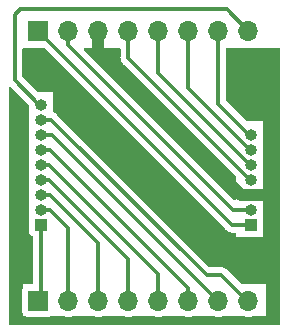
<source format=gbr>
%TF.GenerationSoftware,KiCad,Pcbnew,(7.0.0-0)*%
%TF.CreationDate,2023-10-19T00:03:18+09:00*%
%TF.ProjectId,shuttle-adaptor,73687574-746c-4652-9d61-646170746f72,rev?*%
%TF.SameCoordinates,Original*%
%TF.FileFunction,Copper,L2,Bot*%
%TF.FilePolarity,Positive*%
%FSLAX46Y46*%
G04 Gerber Fmt 4.6, Leading zero omitted, Abs format (unit mm)*
G04 Created by KiCad (PCBNEW (7.0.0-0)) date 2023-10-19 00:03:18*
%MOMM*%
%LPD*%
G01*
G04 APERTURE LIST*
%TA.AperFunction,ComponentPad*%
%ADD10R,1.000000X1.000000*%
%TD*%
%TA.AperFunction,ComponentPad*%
%ADD11O,1.000000X1.000000*%
%TD*%
%TA.AperFunction,ComponentPad*%
%ADD12R,1.700000X1.700000*%
%TD*%
%TA.AperFunction,ComponentPad*%
%ADD13O,1.700000X1.700000*%
%TD*%
%TA.AperFunction,Conductor*%
%ADD14C,0.304800*%
%TD*%
%TA.AperFunction,Conductor*%
%ADD15C,1.000000*%
%TD*%
%TA.AperFunction,Conductor*%
%ADD16C,0.635000*%
%TD*%
G04 APERTURE END LIST*
D10*
%TO.P,A1,11,XVDD*%
%TO.N,Net-(A1-XVDD)*%
X144999999Y-84999999D03*
D11*
%TO.P,A1,12,XVDDIO*%
%TO.N,Net-(A1-XVDDIO)*%
X144999999Y-83729999D03*
%TO.P,A1,13,GND*%
%TO.N,Net-(A1-GND)*%
X144999999Y-82459999D03*
%TO.P,A1,14,GPIO0*%
%TO.N,Net-(A1-GPIO0)*%
X144999999Y-81189999D03*
%TO.P,A1,15,GPIO1*%
%TO.N,Net-(A1-GPIO1)*%
X144999999Y-79919999D03*
%TO.P,A1,16,INT1*%
%TO.N,Net-(A1-INT1)*%
X144999999Y-78649999D03*
%TO.P,A1,17,INT2*%
%TO.N,Net-(A1-INT2)*%
X144999999Y-77379999D03*
D10*
%TO.P,A1,21,CSB1*%
%TO.N,Net-(A1-CSB1)*%
X127219999Y-84999999D03*
D11*
%TO.P,A1,22,SCK*%
%TO.N,Net-(A1-SCK)*%
X127219999Y-83729999D03*
%TO.P,A1,23,SDO2*%
%TO.N,Net-(A1-SDO2)*%
X127219999Y-82459999D03*
%TO.P,A1,24,SDI*%
%TO.N,Net-(A1-SDI)*%
X127219999Y-81189999D03*
%TO.P,A1,25,CSB2*%
%TO.N,Net-(A1-CSB2)*%
X127219999Y-79919999D03*
%TO.P,A1,26,PS*%
%TO.N,Net-(A1-PS)*%
X127219999Y-78649999D03*
%TO.P,A1,27,GPIO6*%
%TO.N,Net-(A1-GPIO6)*%
X127219999Y-77379999D03*
%TO.P,A1,28,GPIO7*%
%TO.N,Net-(A1-GPIO7)*%
X127219999Y-76109999D03*
%TO.P,A1,29,PROM_RW*%
%TO.N,Net-(A1-PROM_RW)*%
X127219999Y-74839999D03*
%TD*%
D12*
%TO.P,P1,1*%
%TO.N,Net-(A1-XVDD)*%
X126999999Y-68579999D03*
D13*
%TO.P,P1,2*%
%TO.N,Net-(A1-XVDDIO)*%
X129539999Y-68579999D03*
%TO.P,P1,3*%
%TO.N,Net-(A1-GND)*%
X132079999Y-68579999D03*
%TO.P,P1,4*%
%TO.N,Net-(A1-GPIO0)*%
X134619999Y-68579999D03*
%TO.P,P1,5*%
%TO.N,Net-(A1-GPIO1)*%
X137159999Y-68579999D03*
%TO.P,P1,6*%
%TO.N,Net-(A1-INT1)*%
X139699999Y-68579999D03*
%TO.P,P1,7*%
%TO.N,Net-(A1-INT2)*%
X142239999Y-68579999D03*
%TO.P,P1,8*%
%TO.N,Net-(A1-PROM_RW)*%
X144779999Y-68579999D03*
%TD*%
D12*
%TO.P,P2,1*%
%TO.N,Net-(A1-CSB1)*%
X126999999Y-91439999D03*
D13*
%TO.P,P2,2*%
%TO.N,Net-(A1-SCK)*%
X129539999Y-91439999D03*
%TO.P,P2,3*%
%TO.N,Net-(A1-SDO2)*%
X132079999Y-91439999D03*
%TO.P,P2,4*%
%TO.N,Net-(A1-SDI)*%
X134619999Y-91439999D03*
%TO.P,P2,5*%
%TO.N,Net-(A1-CSB2)*%
X137159999Y-91439999D03*
%TO.P,P2,6*%
%TO.N,Net-(A1-PS)*%
X139699999Y-91439999D03*
%TO.P,P2,7*%
%TO.N,Net-(A1-GPIO6)*%
X142239999Y-91439999D03*
%TO.P,P2,8*%
%TO.N,Net-(A1-GPIO7)*%
X144779999Y-91439999D03*
%TD*%
D14*
%TO.N,Net-(A1-GPIO7)*%
X127220000Y-76110000D02*
X128110000Y-76110000D01*
X128110000Y-76110000D02*
X141250000Y-89250000D01*
X141250000Y-89250000D02*
X142500000Y-89250000D01*
X142500000Y-89250000D02*
X144690000Y-91440000D01*
X144690000Y-91440000D02*
X144780000Y-91440000D01*
%TO.N,Net-(A1-GPIO6)*%
X127220000Y-77380000D02*
X128130000Y-77380000D01*
X128130000Y-77380000D02*
X142190000Y-91440000D01*
X142190000Y-91440000D02*
X142240000Y-91440000D01*
D15*
%TO.N,Net-(A1-GND)*%
X145000000Y-82460000D02*
X146710000Y-82460000D01*
D16*
X146750000Y-82500000D02*
X146710000Y-82460000D01*
D15*
X132080000Y-68580000D02*
X132080000Y-70330000D01*
X132080000Y-70330000D02*
X144210000Y-82460000D01*
X144210000Y-82460000D02*
X145000000Y-82460000D01*
D14*
%TO.N,Net-(A1-PROM_RW)*%
X127090000Y-74840000D02*
X125000000Y-72750000D01*
X125500000Y-66750000D02*
X142950000Y-66750000D01*
X127220000Y-74840000D02*
X127090000Y-74840000D01*
X125000000Y-72750000D02*
X125000000Y-67250000D01*
X142950000Y-66750000D02*
X144780000Y-68580000D01*
X125000000Y-67250000D02*
X125500000Y-66750000D01*
%TO.N,Net-(A1-XVDDIO)*%
X129540000Y-68580000D02*
X129540000Y-69790000D01*
X129540000Y-69790000D02*
X143480000Y-83730000D01*
X143480000Y-83730000D02*
X145000000Y-83730000D01*
%TO.N,Net-(A1-XVDD)*%
X127000000Y-68580000D02*
X143420000Y-85000000D01*
X143420000Y-85000000D02*
X145000000Y-85000000D01*
%TO.N,Net-(A1-GPIO0)*%
X134620000Y-68580000D02*
X134620000Y-70870000D01*
X134620000Y-70870000D02*
X144940000Y-81190000D01*
X144940000Y-81190000D02*
X145000000Y-81190000D01*
%TO.N,Net-(A1-GPIO1)*%
X137160000Y-72160000D02*
X144920000Y-79920000D01*
X144920000Y-79920000D02*
X145000000Y-79920000D01*
X137160000Y-68580000D02*
X137160000Y-72160000D01*
%TO.N,Net-(A1-INT1)*%
X139700000Y-73450000D02*
X144900000Y-78650000D01*
X139700000Y-68580000D02*
X139700000Y-73450000D01*
X144900000Y-78650000D02*
X145000000Y-78650000D01*
%TO.N,Net-(A1-INT2)*%
X145000000Y-77380000D02*
X144880000Y-77380000D01*
X144880000Y-77380000D02*
X142240000Y-74740000D01*
X142240000Y-74740000D02*
X142240000Y-68580000D01*
%TO.N,Net-(A1-CSB1)*%
X127220000Y-91220000D02*
X127000000Y-91440000D01*
X127220000Y-85000000D02*
X127220000Y-91220000D01*
%TO.N,Net-(A1-SCK)*%
X129500000Y-85250000D02*
X129500000Y-91400000D01*
X127980000Y-83730000D02*
X129500000Y-85250000D01*
X129500000Y-91400000D02*
X129540000Y-91440000D01*
X127220000Y-83730000D02*
X127980000Y-83730000D01*
%TO.N,Net-(A1-SDO2)*%
X127960000Y-82460000D02*
X132080000Y-86580000D01*
X127220000Y-82460000D02*
X127960000Y-82460000D01*
X132080000Y-86580000D02*
X132080000Y-91440000D01*
%TO.N,Net-(A1-SDI)*%
X127940000Y-81190000D02*
X134620000Y-87870000D01*
X127220000Y-81190000D02*
X127940000Y-81190000D01*
X134620000Y-87870000D02*
X134620000Y-91440000D01*
%TO.N,Net-(A1-CSB2)*%
X137160000Y-89160000D02*
X137160000Y-91440000D01*
X127920000Y-79920000D02*
X137160000Y-89160000D01*
X127220000Y-79920000D02*
X127920000Y-79920000D01*
%TO.N,Net-(A1-PS)*%
X128025000Y-78650000D02*
X139700000Y-90325000D01*
X139700000Y-90325000D02*
X139700000Y-91440000D01*
X127220000Y-78650000D02*
X128025000Y-78650000D01*
%TD*%
%TA.AperFunction,Conductor*%
%TO.N,Net-(A1-GND)*%
G36*
X127492751Y-70009439D02*
G01*
X127532979Y-70036319D01*
X142900779Y-85404119D01*
X142908642Y-85412760D01*
X142908753Y-85412895D01*
X142912934Y-85419482D01*
X142964164Y-85467590D01*
X142966960Y-85470300D01*
X142987375Y-85490715D01*
X142990859Y-85493417D01*
X142990874Y-85493429D01*
X142999767Y-85501023D01*
X143027501Y-85527068D01*
X143027504Y-85527070D01*
X143033185Y-85532405D01*
X143051884Y-85542685D01*
X143068146Y-85553368D01*
X143078841Y-85561664D01*
X143078846Y-85561667D01*
X143085006Y-85566445D01*
X143097386Y-85571802D01*
X143127078Y-85584651D01*
X143137566Y-85589789D01*
X143177741Y-85611876D01*
X143185304Y-85613817D01*
X143185305Y-85613818D01*
X143198408Y-85617183D01*
X143216817Y-85623485D01*
X143229240Y-85628861D01*
X143236399Y-85631959D01*
X143281677Y-85639129D01*
X143293108Y-85641496D01*
X143337520Y-85652900D01*
X143358862Y-85652900D01*
X143378259Y-85654427D01*
X143399329Y-85657764D01*
X143444971Y-85653449D01*
X143456638Y-85652900D01*
X143626000Y-85652900D01*
X143688000Y-85669513D01*
X143733387Y-85714900D01*
X143750000Y-85776900D01*
X143750000Y-86000000D01*
X144442804Y-86000000D01*
X144449028Y-86000166D01*
X144452127Y-86000500D01*
X145547872Y-86000499D01*
X145550959Y-86000167D01*
X145557186Y-86000000D01*
X145983674Y-86000000D01*
X146000000Y-86000000D01*
X146000000Y-85557196D01*
X146000166Y-85550971D01*
X146000500Y-85547873D01*
X146000499Y-84452128D01*
X146000167Y-84449040D01*
X146000000Y-84442814D01*
X146000000Y-83790321D01*
X146000597Y-83778167D01*
X146004744Y-83736061D01*
X146005341Y-83730000D01*
X146000596Y-83681832D01*
X146000000Y-83669679D01*
X146000000Y-81250321D01*
X146000597Y-81238167D01*
X146004744Y-81196061D01*
X146005341Y-81190000D01*
X146000596Y-81141832D01*
X146000000Y-81129679D01*
X146000000Y-79980321D01*
X146000597Y-79968167D01*
X146004744Y-79926061D01*
X146005341Y-79920000D01*
X146000596Y-79871832D01*
X146000000Y-79859679D01*
X146000000Y-78710321D01*
X146000597Y-78698167D01*
X146004744Y-78656061D01*
X146005341Y-78650000D01*
X146000596Y-78601832D01*
X146000000Y-78589679D01*
X146000000Y-77440321D01*
X146000597Y-77428167D01*
X146004744Y-77386061D01*
X146005341Y-77380000D01*
X146000596Y-77331832D01*
X146000000Y-77319679D01*
X146000000Y-76266326D01*
X146000000Y-76250000D01*
X145983674Y-76250000D01*
X144724702Y-76250000D01*
X144677249Y-76240561D01*
X144637021Y-76213681D01*
X142929219Y-74505879D01*
X142902339Y-74465651D01*
X142892900Y-74418198D01*
X142892900Y-70124000D01*
X142909513Y-70062000D01*
X142954900Y-70016613D01*
X143016900Y-70000000D01*
X147376000Y-70000000D01*
X147438000Y-70016613D01*
X147483387Y-70062000D01*
X147500000Y-70124000D01*
X147500000Y-93376000D01*
X147483387Y-93438000D01*
X147438000Y-93483387D01*
X147376000Y-93500000D01*
X124624000Y-93500000D01*
X124562000Y-93483387D01*
X124516613Y-93438000D01*
X124500000Y-93376000D01*
X124500000Y-73472702D01*
X124513515Y-73416407D01*
X124551115Y-73372384D01*
X124604602Y-73350229D01*
X124662318Y-73354771D01*
X124711681Y-73385021D01*
X126188528Y-74861868D01*
X126212941Y-74896532D01*
X126224250Y-74937393D01*
X126233379Y-75030076D01*
X126233380Y-75030081D01*
X126233976Y-75036132D01*
X126235741Y-75041953D01*
X126235742Y-75041954D01*
X126244661Y-75071356D01*
X126250000Y-75107351D01*
X126250000Y-75842649D01*
X126244661Y-75878644D01*
X126235744Y-75908037D01*
X126235742Y-75908044D01*
X126233976Y-75913868D01*
X126233379Y-75919924D01*
X126233378Y-75919932D01*
X126215256Y-76103938D01*
X126214659Y-76110000D01*
X126215256Y-76116062D01*
X126233378Y-76300067D01*
X126233379Y-76300073D01*
X126233976Y-76306132D01*
X126235743Y-76311957D01*
X126235744Y-76311962D01*
X126244661Y-76341356D01*
X126250000Y-76377351D01*
X126250000Y-77112649D01*
X126244661Y-77148644D01*
X126235744Y-77178037D01*
X126235742Y-77178044D01*
X126233976Y-77183868D01*
X126233379Y-77189924D01*
X126233378Y-77189932D01*
X126220600Y-77319679D01*
X126214659Y-77380000D01*
X126215256Y-77386061D01*
X126215256Y-77386062D01*
X126233378Y-77570067D01*
X126233379Y-77570073D01*
X126233976Y-77576132D01*
X126235743Y-77581957D01*
X126235744Y-77581962D01*
X126244661Y-77611356D01*
X126250000Y-77647351D01*
X126250000Y-78382649D01*
X126244661Y-78418644D01*
X126235744Y-78448037D01*
X126235742Y-78448044D01*
X126233976Y-78453868D01*
X126233379Y-78459924D01*
X126233378Y-78459932D01*
X126220600Y-78589679D01*
X126214659Y-78650000D01*
X126215256Y-78656061D01*
X126215256Y-78656062D01*
X126233378Y-78840067D01*
X126233379Y-78840073D01*
X126233976Y-78846132D01*
X126235743Y-78851957D01*
X126235744Y-78851962D01*
X126244661Y-78881356D01*
X126250000Y-78917351D01*
X126250000Y-79652649D01*
X126244661Y-79688644D01*
X126235744Y-79718037D01*
X126235742Y-79718044D01*
X126233976Y-79723868D01*
X126233379Y-79729924D01*
X126233378Y-79729932D01*
X126220600Y-79859679D01*
X126214659Y-79920000D01*
X126215256Y-79926061D01*
X126215256Y-79926062D01*
X126233378Y-80110067D01*
X126233379Y-80110073D01*
X126233976Y-80116132D01*
X126235743Y-80121957D01*
X126235744Y-80121962D01*
X126244661Y-80151356D01*
X126250000Y-80187351D01*
X126250000Y-80922649D01*
X126244661Y-80958644D01*
X126235744Y-80988037D01*
X126235742Y-80988044D01*
X126233976Y-80993868D01*
X126233379Y-80999924D01*
X126233378Y-80999932D01*
X126220600Y-81129679D01*
X126214659Y-81190000D01*
X126215256Y-81196061D01*
X126215256Y-81196062D01*
X126233378Y-81380067D01*
X126233379Y-81380073D01*
X126233976Y-81386132D01*
X126235743Y-81391957D01*
X126235744Y-81391962D01*
X126244661Y-81421356D01*
X126250000Y-81457351D01*
X126250000Y-82192649D01*
X126244661Y-82228644D01*
X126235744Y-82258037D01*
X126235742Y-82258044D01*
X126233976Y-82263868D01*
X126233379Y-82269924D01*
X126233378Y-82269932D01*
X126215256Y-82453938D01*
X126214659Y-82460000D01*
X126215256Y-82466062D01*
X126233378Y-82650067D01*
X126233379Y-82650073D01*
X126233976Y-82656132D01*
X126235743Y-82661957D01*
X126235744Y-82661962D01*
X126244661Y-82691356D01*
X126250000Y-82727351D01*
X126250000Y-83462649D01*
X126244661Y-83498644D01*
X126235744Y-83528037D01*
X126235742Y-83528044D01*
X126233976Y-83533868D01*
X126233379Y-83539924D01*
X126233378Y-83539932D01*
X126220600Y-83669679D01*
X126214659Y-83730000D01*
X126215256Y-83736061D01*
X126215256Y-83736062D01*
X126233378Y-83920067D01*
X126233379Y-83920073D01*
X126233976Y-83926132D01*
X126235743Y-83931957D01*
X126235744Y-83931962D01*
X126244661Y-83961356D01*
X126250000Y-83997351D01*
X126250000Y-84305554D01*
X126242182Y-84348887D01*
X126228620Y-84385247D01*
X126228619Y-84385251D01*
X126225909Y-84392517D01*
X126225079Y-84400227D01*
X126225079Y-84400232D01*
X126219855Y-84448819D01*
X126219854Y-84448831D01*
X126219500Y-84452127D01*
X126219500Y-84455448D01*
X126219500Y-84455449D01*
X126219500Y-85544560D01*
X126219500Y-85544578D01*
X126219501Y-85547872D01*
X126219853Y-85551150D01*
X126219854Y-85551161D01*
X126225079Y-85599768D01*
X126225080Y-85599773D01*
X126225909Y-85607483D01*
X126228619Y-85614748D01*
X126228620Y-85614753D01*
X126242182Y-85651113D01*
X126250000Y-85694446D01*
X126250000Y-85750000D01*
X126257268Y-85750000D01*
X126281818Y-85761211D01*
X126311582Y-85789590D01*
X126362454Y-85857546D01*
X126477669Y-85943796D01*
X126486433Y-85947065D01*
X126487419Y-85947682D01*
X126493763Y-85951146D01*
X126493556Y-85951523D01*
X126528669Y-85973503D01*
X126557088Y-86014434D01*
X126567100Y-86063247D01*
X126567100Y-89876000D01*
X126550487Y-89938000D01*
X126505100Y-89983387D01*
X126443100Y-90000000D01*
X125750000Y-90000000D01*
X125750000Y-90016326D01*
X125750000Y-90247893D01*
X125743654Y-90287052D01*
X125725267Y-90322204D01*
X125711519Y-90340568D01*
X125711516Y-90340571D01*
X125706204Y-90347669D01*
X125703104Y-90355978D01*
X125703104Y-90355980D01*
X125658620Y-90475247D01*
X125658619Y-90475250D01*
X125655909Y-90482517D01*
X125655079Y-90490227D01*
X125655079Y-90490232D01*
X125649855Y-90538819D01*
X125649854Y-90538831D01*
X125649500Y-90542127D01*
X125649500Y-90545448D01*
X125649500Y-90545449D01*
X125649500Y-92334560D01*
X125649500Y-92334578D01*
X125649501Y-92337872D01*
X125649853Y-92341150D01*
X125649854Y-92341161D01*
X125655079Y-92389768D01*
X125655080Y-92389773D01*
X125655909Y-92397483D01*
X125658619Y-92404749D01*
X125658620Y-92404753D01*
X125692217Y-92494831D01*
X125706204Y-92532331D01*
X125711518Y-92539430D01*
X125711519Y-92539431D01*
X125725267Y-92557796D01*
X125743654Y-92592948D01*
X125750000Y-92632107D01*
X125750000Y-92750000D01*
X125928742Y-92750000D01*
X125972075Y-92757818D01*
X126042517Y-92784091D01*
X126102127Y-92790500D01*
X127897872Y-92790499D01*
X127957483Y-92784091D01*
X128027924Y-92757818D01*
X128071258Y-92750000D01*
X129194729Y-92750000D01*
X129226822Y-92754225D01*
X129304592Y-92775063D01*
X129540000Y-92795659D01*
X129775408Y-92775063D01*
X129853177Y-92754225D01*
X129885271Y-92750000D01*
X131734729Y-92750000D01*
X131766822Y-92754225D01*
X131844592Y-92775063D01*
X132080000Y-92795659D01*
X132315408Y-92775063D01*
X132393177Y-92754225D01*
X132425271Y-92750000D01*
X134274729Y-92750000D01*
X134306822Y-92754225D01*
X134384592Y-92775063D01*
X134620000Y-92795659D01*
X134855408Y-92775063D01*
X134933177Y-92754225D01*
X134965271Y-92750000D01*
X136814729Y-92750000D01*
X136846822Y-92754225D01*
X136924592Y-92775063D01*
X137160000Y-92795659D01*
X137395408Y-92775063D01*
X137473177Y-92754225D01*
X137505271Y-92750000D01*
X139354729Y-92750000D01*
X139386822Y-92754225D01*
X139464592Y-92775063D01*
X139700000Y-92795659D01*
X139935408Y-92775063D01*
X140013177Y-92754225D01*
X140045271Y-92750000D01*
X141894729Y-92750000D01*
X141926822Y-92754225D01*
X142004592Y-92775063D01*
X142240000Y-92795659D01*
X142475408Y-92775063D01*
X142553177Y-92754225D01*
X142585271Y-92750000D01*
X144434729Y-92750000D01*
X144466822Y-92754225D01*
X144544592Y-92775063D01*
X144780000Y-92795659D01*
X145015408Y-92775063D01*
X145093177Y-92754225D01*
X145125271Y-92750000D01*
X146233674Y-92750000D01*
X146250000Y-92750000D01*
X146250000Y-90000000D01*
X146233674Y-90000000D01*
X144224702Y-90000000D01*
X144177249Y-89990561D01*
X144137021Y-89963681D01*
X143019218Y-88845878D01*
X143011354Y-88837236D01*
X143011247Y-88837106D01*
X143007066Y-88830518D01*
X143001380Y-88825178D01*
X143001378Y-88825176D01*
X142955834Y-88782408D01*
X142953037Y-88779697D01*
X142935384Y-88762044D01*
X142932626Y-88759286D01*
X142929112Y-88756560D01*
X142920229Y-88748973D01*
X142892498Y-88722932D01*
X142892499Y-88722932D01*
X142886815Y-88717595D01*
X142868112Y-88707313D01*
X142851857Y-88696635D01*
X142834995Y-88683555D01*
X142792913Y-88665344D01*
X142782430Y-88660208D01*
X142749098Y-88641883D01*
X142749093Y-88641881D01*
X142742259Y-88638124D01*
X142734703Y-88636183D01*
X142734696Y-88636181D01*
X142721586Y-88632815D01*
X142703187Y-88626516D01*
X142683601Y-88618041D01*
X142675892Y-88616820D01*
X142638320Y-88610869D01*
X142626888Y-88608502D01*
X142582480Y-88597100D01*
X142574678Y-88597100D01*
X142561138Y-88597100D01*
X142541741Y-88595573D01*
X142528380Y-88593457D01*
X142520671Y-88592236D01*
X142512905Y-88592970D01*
X142512903Y-88592970D01*
X142475033Y-88596550D01*
X142463364Y-88597100D01*
X141571802Y-88597100D01*
X141524349Y-88587661D01*
X141484121Y-88560781D01*
X128629218Y-75705878D01*
X128621354Y-75697236D01*
X128621247Y-75697106D01*
X128617066Y-75690518D01*
X128611380Y-75685178D01*
X128611378Y-75685176D01*
X128565834Y-75642408D01*
X128563037Y-75639697D01*
X128545384Y-75622044D01*
X128545383Y-75622043D01*
X128542626Y-75619286D01*
X128539112Y-75616560D01*
X128530229Y-75608973D01*
X128502498Y-75582932D01*
X128502499Y-75582932D01*
X128496815Y-75577595D01*
X128478112Y-75567313D01*
X128461857Y-75556635D01*
X128444995Y-75543555D01*
X128402913Y-75525344D01*
X128392430Y-75520208D01*
X128359098Y-75501883D01*
X128359093Y-75501881D01*
X128352259Y-75498124D01*
X128344704Y-75496184D01*
X128344699Y-75496182D01*
X128343162Y-75495788D01*
X128341278Y-75494828D01*
X128337449Y-75493312D01*
X128337592Y-75492950D01*
X128294959Y-75471227D01*
X128261801Y-75428481D01*
X128250000Y-75375684D01*
X128250000Y-73766326D01*
X128250000Y-73750000D01*
X128233674Y-73750000D01*
X126974702Y-73750000D01*
X126927249Y-73740561D01*
X126887021Y-73713681D01*
X125689219Y-72515879D01*
X125662339Y-72475651D01*
X125652900Y-72428198D01*
X125652900Y-70124000D01*
X125669513Y-70062000D01*
X125714900Y-70016613D01*
X125776900Y-70000000D01*
X127445298Y-70000000D01*
X127492751Y-70009439D01*
G37*
%TD.AperFunction*%
%TA.AperFunction,Conductor*%
G36*
X133905100Y-70016613D02*
G01*
X133950487Y-70062000D01*
X133967100Y-70124000D01*
X133967100Y-70788617D01*
X133966550Y-70800287D01*
X133966534Y-70800452D01*
X133964832Y-70808069D01*
X133965077Y-70815867D01*
X133965077Y-70815868D01*
X133967039Y-70878304D01*
X133967100Y-70882199D01*
X133967100Y-70911075D01*
X133967588Y-70914942D01*
X133967589Y-70914952D01*
X133967658Y-70915497D01*
X133968572Y-70927121D01*
X133969767Y-70965152D01*
X133969768Y-70965159D01*
X133970013Y-70972948D01*
X133975967Y-70993445D01*
X133979910Y-71012483D01*
X133981608Y-71025925D01*
X133981609Y-71025929D01*
X133982586Y-71033660D01*
X133985454Y-71040905D01*
X133985456Y-71040911D01*
X133999462Y-71076287D01*
X134003245Y-71087336D01*
X134016035Y-71131359D01*
X134020006Y-71138075D01*
X134020008Y-71138078D01*
X134026899Y-71149731D01*
X134035455Y-71167194D01*
X134043312Y-71187037D01*
X134047894Y-71193343D01*
X134047897Y-71193349D01*
X134070255Y-71224122D01*
X134076668Y-71233885D01*
X134096034Y-71266630D01*
X134096037Y-71266635D01*
X134100008Y-71273348D01*
X134105522Y-71278862D01*
X134105523Y-71278863D01*
X134115096Y-71288436D01*
X134127728Y-71303225D01*
X134140274Y-71320493D01*
X134175601Y-71349718D01*
X134184241Y-71357581D01*
X143713681Y-80887021D01*
X143740561Y-80927249D01*
X143750000Y-80974702D01*
X143750000Y-82777298D01*
X143736485Y-82833593D01*
X143698885Y-82877616D01*
X143645398Y-82899771D01*
X143587682Y-82895229D01*
X143538319Y-82864979D01*
X130885021Y-70211681D01*
X130854771Y-70162318D01*
X130850229Y-70104602D01*
X130872384Y-70051115D01*
X130916407Y-70013515D01*
X130972702Y-70000000D01*
X133843100Y-70000000D01*
X133905100Y-70016613D01*
G37*
%TD.AperFunction*%
%TD*%
M02*

</source>
